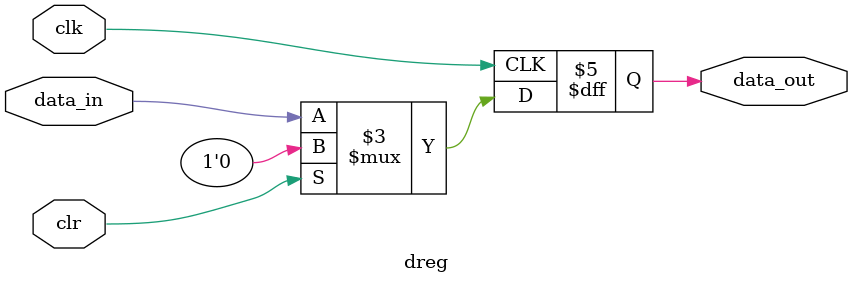
<source format=v>
`timescale 1ns / 1ps


module dreg(
input data_in,clk,clr,
output reg data_out
    );
    
    always@(posedge clk)
    begin
     if(clr)
       data_out <= 1'b0;
     else
        data_out <= data_in;
    
    end
endmodule

</source>
